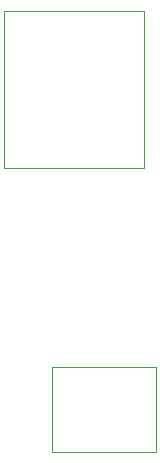
<source format=gbr>
G04 #@! TF.GenerationSoftware,KiCad,Pcbnew,7.0.1-0*
G04 #@! TF.CreationDate,2025-03-17T17:28:38+01:00*
G04 #@! TF.ProjectId,LED-Controller,4c45442d-436f-46e7-9472-6f6c6c65722e,rev?*
G04 #@! TF.SameCoordinates,Original*
G04 #@! TF.FileFunction,Other,User*
%FSLAX46Y46*%
G04 Gerber Fmt 4.6, Leading zero omitted, Abs format (unit mm)*
G04 Created by KiCad (PCBNEW 7.0.1-0) date 2025-03-17 17:28:38*
%MOMM*%
%LPD*%
G01*
G04 APERTURE LIST*
%ADD10C,0.050000*%
G04 APERTURE END LIST*
D10*
G04 #@! TO.C,U4*
X162185200Y-122144000D02*
X162185200Y-129344000D01*
X153385200Y-129344000D02*
X153385200Y-122144000D01*
X162185200Y-129344000D02*
X153385200Y-129344000D01*
X153385200Y-122144000D02*
X162185200Y-122144000D01*
G04 #@! TO.C,U3*
X149314800Y-105354400D02*
X149314800Y-92054400D01*
X149314800Y-92054400D02*
X161174800Y-92054400D01*
X161174800Y-105354400D02*
X149314800Y-105354400D01*
X161174800Y-92054400D02*
X161174800Y-105354400D01*
G04 #@! TD*
M02*

</source>
